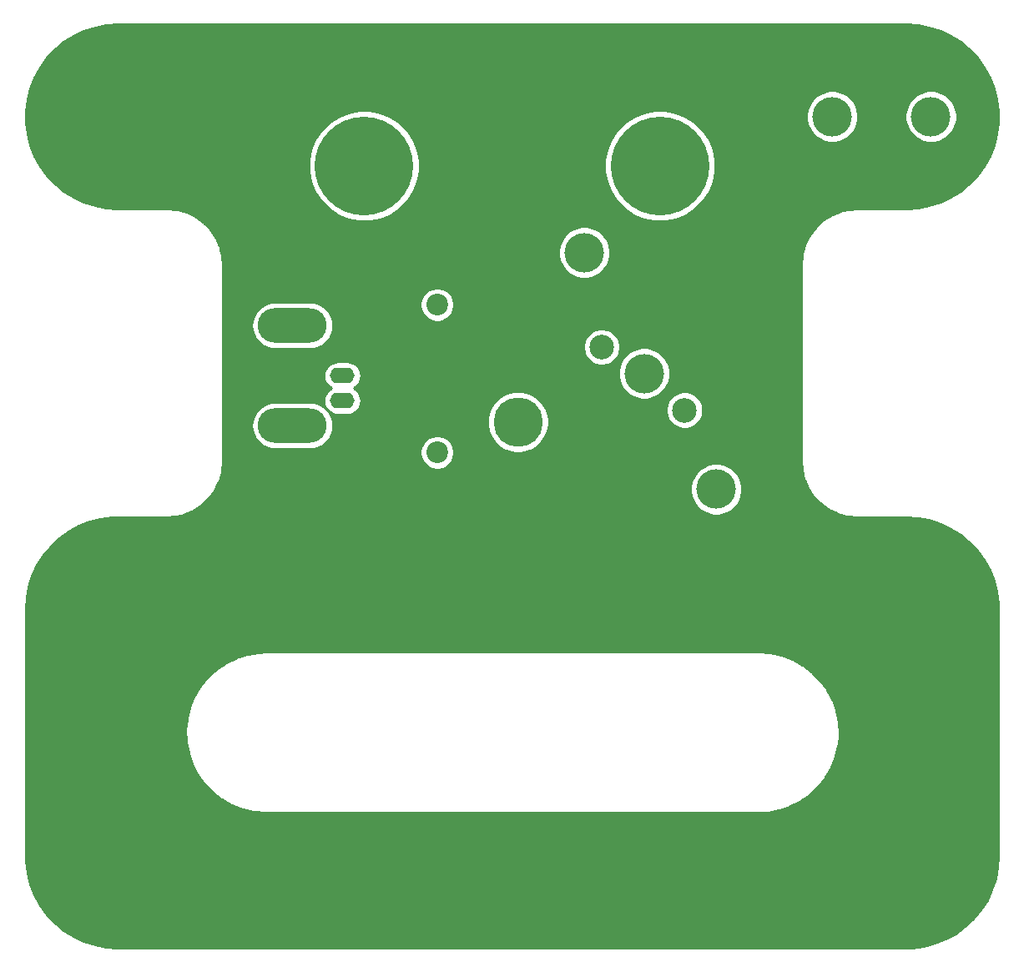
<source format=gbr>
G04 #@! TF.GenerationSoftware,KiCad,Pcbnew,(5.1.4)-1*
G04 #@! TF.CreationDate,2020-08-30T11:13:40+08:00*
G04 #@! TF.ProjectId,EHFW_ANT,45484657-5f41-44e5-942e-6b696361645f,rev?*
G04 #@! TF.SameCoordinates,Original*
G04 #@! TF.FileFunction,Copper,L2,Bot*
G04 #@! TF.FilePolarity,Positive*
%FSLAX46Y46*%
G04 Gerber Fmt 4.6, Leading zero omitted, Abs format (unit mm)*
G04 Created by KiCad (PCBNEW (5.1.4)-1) date 2020-08-30 11:13:40*
%MOMM*%
%LPD*%
G04 APERTURE LIST*
%ADD10C,2.200000*%
%ADD11O,7.000000X3.500000*%
%ADD12O,2.500000X1.600000*%
%ADD13C,5.000000*%
%ADD14C,2.500000*%
%ADD15C,10.000000*%
%ADD16C,4.000000*%
%ADD17C,0.254000*%
G04 APERTURE END LIST*
D10*
X132400000Y-64100000D03*
X132400000Y-79100000D03*
D11*
X117720000Y-76380000D03*
X117720000Y-66220000D03*
D12*
X122800000Y-73840000D03*
X122800000Y-71300000D03*
D13*
X140600000Y-76000000D03*
D14*
X149100000Y-68400000D03*
X157500000Y-74800000D03*
D13*
X140600000Y-76000000D03*
D15*
X155000000Y-50000000D03*
X125000000Y-50000000D03*
D16*
X172500000Y-45000000D03*
X182500000Y-45000000D03*
X147345400Y-58801000D03*
X153390600Y-71069200D03*
X160731200Y-82829400D03*
D17*
G36*
X181170449Y-35734944D02*
G01*
X182322444Y-35954698D01*
X183437801Y-36317100D01*
X184498955Y-36816441D01*
X185489146Y-37444836D01*
X186392776Y-38192383D01*
X187195588Y-39047292D01*
X187884922Y-39996079D01*
X188449903Y-41023774D01*
X188881627Y-42114186D01*
X189173281Y-43250103D01*
X189320267Y-44413620D01*
X189320267Y-45586380D01*
X189173281Y-46749897D01*
X188881627Y-47885814D01*
X188449903Y-48976226D01*
X187884922Y-50003921D01*
X187195588Y-50952708D01*
X186392776Y-51807617D01*
X185489146Y-52555164D01*
X184498955Y-53183559D01*
X183437801Y-53682900D01*
X182322444Y-54045302D01*
X181170449Y-54265056D01*
X179979253Y-54340000D01*
X174967581Y-54340000D01*
X174943512Y-54342371D01*
X174221248Y-54395410D01*
X174205868Y-54397929D01*
X174190295Y-54398418D01*
X174115511Y-54411874D01*
X173251129Y-54619394D01*
X173231448Y-54626018D01*
X173211136Y-54630335D01*
X173139917Y-54656821D01*
X172325946Y-55014130D01*
X172307752Y-55024132D01*
X172288524Y-55031979D01*
X172223134Y-55070651D01*
X172223120Y-55070659D01*
X172223115Y-55070663D01*
X171485287Y-55566462D01*
X171469149Y-55579530D01*
X171451616Y-55590657D01*
X171394095Y-55640307D01*
X170755722Y-56258934D01*
X170742154Y-56274652D01*
X170726869Y-56288708D01*
X170679050Y-56347760D01*
X170160315Y-57069656D01*
X170149744Y-57087530D01*
X170137190Y-57104070D01*
X170100584Y-57170656D01*
X169717884Y-57973003D01*
X169710647Y-57992462D01*
X169701218Y-58010968D01*
X169676982Y-58082984D01*
X169442414Y-58940420D01*
X169438737Y-58960857D01*
X169432735Y-58980736D01*
X169421635Y-59055906D01*
X169342869Y-59938459D01*
X169340001Y-59967581D01*
X169340000Y-80032418D01*
X169342370Y-80056484D01*
X169395410Y-80778752D01*
X169397929Y-80794132D01*
X169398418Y-80809705D01*
X169411874Y-80884489D01*
X169619394Y-81748871D01*
X169626018Y-81768552D01*
X169630335Y-81788864D01*
X169656821Y-81860083D01*
X170014130Y-82674054D01*
X170024132Y-82692248D01*
X170031979Y-82711476D01*
X170070651Y-82776866D01*
X170070659Y-82776880D01*
X170070663Y-82776885D01*
X170566462Y-83514713D01*
X170579530Y-83530851D01*
X170590657Y-83548384D01*
X170640307Y-83605905D01*
X171258934Y-84244278D01*
X171274652Y-84257846D01*
X171288708Y-84273131D01*
X171347760Y-84320950D01*
X172069656Y-84839685D01*
X172087526Y-84850253D01*
X172104069Y-84862810D01*
X172170656Y-84899416D01*
X172973002Y-85282116D01*
X172992464Y-85289354D01*
X173010968Y-85298782D01*
X173082984Y-85323018D01*
X173940419Y-85557586D01*
X173960858Y-85561264D01*
X173980736Y-85567265D01*
X174055900Y-85578364D01*
X174055905Y-85578365D01*
X174055906Y-85578365D01*
X174938360Y-85657122D01*
X174967581Y-85660000D01*
X179979253Y-85660000D01*
X181170449Y-85734944D01*
X182322444Y-85954698D01*
X183437801Y-86317100D01*
X184498955Y-86816441D01*
X185489146Y-87444836D01*
X186392776Y-88192383D01*
X187195588Y-89047292D01*
X187884922Y-89996079D01*
X188449903Y-91023774D01*
X188881627Y-92114186D01*
X189173281Y-93250103D01*
X189321571Y-94423941D01*
X189340000Y-95010358D01*
X189340001Y-119979237D01*
X189265056Y-121170448D01*
X189045302Y-122322444D01*
X188682900Y-123437801D01*
X188183560Y-124498952D01*
X187555165Y-125489144D01*
X186807612Y-126392780D01*
X185952708Y-127195588D01*
X185003922Y-127884922D01*
X183976227Y-128449903D01*
X182885813Y-128881627D01*
X181749897Y-129173281D01*
X180576058Y-129321571D01*
X179989642Y-129340000D01*
X100020747Y-129340000D01*
X98829552Y-129265056D01*
X97677556Y-129045302D01*
X96562199Y-128682900D01*
X95501048Y-128183560D01*
X94510856Y-127555165D01*
X93607220Y-126807612D01*
X92804412Y-125952708D01*
X92115078Y-125003922D01*
X91550097Y-123976227D01*
X91118373Y-122885813D01*
X90826719Y-121749897D01*
X90678429Y-120576058D01*
X90660000Y-119989642D01*
X90660000Y-107308277D01*
X106893677Y-107308277D01*
X106940422Y-108392812D01*
X106942150Y-108407705D01*
X106942390Y-108422694D01*
X106951431Y-108487701D01*
X107154247Y-109554128D01*
X107158106Y-109568614D01*
X107160508Y-109583414D01*
X107178838Y-109646434D01*
X107533475Y-110672413D01*
X107539385Y-110686190D01*
X107543898Y-110700488D01*
X107571134Y-110760202D01*
X108070162Y-111724241D01*
X108077999Y-111737020D01*
X108084529Y-111750518D01*
X108120100Y-111805675D01*
X108753066Y-112687578D01*
X108762666Y-112699092D01*
X108771075Y-112711505D01*
X108814236Y-112760950D01*
X109567881Y-113542244D01*
X109579042Y-113552252D01*
X109589155Y-113563320D01*
X109639001Y-113606016D01*
X110497537Y-114270334D01*
X110510024Y-114278625D01*
X110521631Y-114288119D01*
X110577098Y-114323159D01*
X110577118Y-114323172D01*
X110577124Y-114323175D01*
X111522561Y-114856596D01*
X111536111Y-114862996D01*
X111548970Y-114870717D01*
X111608936Y-114897393D01*
X112621477Y-115288749D01*
X112635811Y-115293127D01*
X112649649Y-115298910D01*
X112712826Y-115316647D01*
X112712837Y-115316650D01*
X112712840Y-115316650D01*
X113771270Y-115557740D01*
X113786087Y-115560003D01*
X113800611Y-115563727D01*
X113865663Y-115572154D01*
X113865701Y-115572160D01*
X113865714Y-115572160D01*
X114941481Y-115657429D01*
X114967581Y-115660000D01*
X165032419Y-115660000D01*
X165048805Y-115658386D01*
X165877469Y-115617133D01*
X165887098Y-115615951D01*
X165896803Y-115615886D01*
X165961891Y-115607453D01*
X167030170Y-115414624D01*
X167044695Y-115410900D01*
X167059512Y-115408637D01*
X167122701Y-115390897D01*
X168151953Y-115045875D01*
X168165784Y-115040094D01*
X168180125Y-115035715D01*
X168240091Y-115009039D01*
X169208757Y-114519051D01*
X169221607Y-114511335D01*
X169235167Y-114504931D01*
X169290654Y-114469878D01*
X170178441Y-113845190D01*
X170190044Y-113835699D01*
X170202535Y-113827406D01*
X170252360Y-113784727D01*
X170252382Y-113784709D01*
X170252388Y-113784702D01*
X171040692Y-113038407D01*
X171050801Y-113027343D01*
X171061968Y-113017330D01*
X171105128Y-112967886D01*
X171777448Y-112115602D01*
X171785852Y-112103197D01*
X171795457Y-112091677D01*
X171831028Y-112036519D01*
X172373275Y-111096110D01*
X172379803Y-111082616D01*
X172387642Y-111069834D01*
X172414878Y-111010119D01*
X172815690Y-110001284D01*
X172820203Y-109986985D01*
X172826113Y-109973209D01*
X172844443Y-109910188D01*
X173095426Y-108854059D01*
X173097826Y-108839268D01*
X173101688Y-108824774D01*
X173110729Y-108759767D01*
X173206624Y-107678469D01*
X173206864Y-107663479D01*
X173208592Y-107648587D01*
X173208154Y-107582957D01*
X173146953Y-106499141D01*
X173145027Y-106484276D01*
X173144587Y-106469288D01*
X173134680Y-106404408D01*
X172917664Y-105340779D01*
X172913612Y-105326346D01*
X172911013Y-105311580D01*
X172891844Y-105248810D01*
X172523559Y-104227650D01*
X172517468Y-104213957D01*
X172512763Y-104199716D01*
X172484733Y-104140370D01*
X171972895Y-103183070D01*
X171964891Y-103170400D01*
X171958180Y-103156988D01*
X171921876Y-103102310D01*
X171277209Y-102228924D01*
X171267458Y-102217540D01*
X171258882Y-102205238D01*
X171215066Y-102156374D01*
X170451070Y-101385198D01*
X170439783Y-101375346D01*
X170429517Y-101364406D01*
X170379106Y-101322379D01*
X169511790Y-100669568D01*
X169499189Y-100661442D01*
X169487460Y-100652106D01*
X169431510Y-100617796D01*
X168479040Y-100097025D01*
X168465402Y-100090805D01*
X168452445Y-100083258D01*
X168392128Y-100057384D01*
X167374458Y-99679562D01*
X167360066Y-99675376D01*
X167346154Y-99669778D01*
X167282734Y-99652882D01*
X166221183Y-99425925D01*
X166206335Y-99423860D01*
X166191764Y-99420330D01*
X166126569Y-99412766D01*
X165054042Y-99342130D01*
X165032419Y-99340000D01*
X114967581Y-99340000D01*
X114951234Y-99341610D01*
X114322039Y-99372933D01*
X114316783Y-99373578D01*
X114311482Y-99373543D01*
X114246287Y-99381108D01*
X113175533Y-99559677D01*
X113160964Y-99563206D01*
X113146112Y-99565272D01*
X113082692Y-99582168D01*
X112048932Y-99913436D01*
X112035027Y-99919031D01*
X112020628Y-99923219D01*
X111960311Y-99949094D01*
X110985198Y-100426122D01*
X110972244Y-100433667D01*
X110958602Y-100439889D01*
X110902653Y-100474199D01*
X110006616Y-101086994D01*
X109994888Y-101096329D01*
X109982286Y-101104456D01*
X109931876Y-101146484D01*
X109133683Y-101882210D01*
X109123429Y-101893136D01*
X109112129Y-101903000D01*
X109068314Y-101951865D01*
X108384689Y-102795108D01*
X108376112Y-102807411D01*
X108366362Y-102818794D01*
X108330059Y-102873472D01*
X107775324Y-103806567D01*
X107768616Y-103819972D01*
X107760608Y-103832649D01*
X107732578Y-103891994D01*
X107318350Y-104895397D01*
X107313648Y-104909629D01*
X107307553Y-104923330D01*
X107288384Y-104986101D01*
X107023342Y-106038790D01*
X107020743Y-106053556D01*
X107016691Y-106067989D01*
X107006784Y-106132869D01*
X106896481Y-107212793D01*
X106896041Y-107227772D01*
X106894114Y-107242646D01*
X106893677Y-107308277D01*
X90660000Y-107308277D01*
X90660000Y-95020747D01*
X90734944Y-93829551D01*
X90954698Y-92677556D01*
X91317100Y-91562199D01*
X91816441Y-90501045D01*
X92444836Y-89510854D01*
X93192383Y-88607224D01*
X94047292Y-87804412D01*
X94996079Y-87115078D01*
X96023774Y-86550097D01*
X97114186Y-86118373D01*
X98250103Y-85826719D01*
X99423941Y-85678429D01*
X100010358Y-85660000D01*
X105032419Y-85660000D01*
X105056488Y-85657629D01*
X105778752Y-85604590D01*
X105794132Y-85602071D01*
X105809705Y-85601582D01*
X105884489Y-85588126D01*
X106748871Y-85380606D01*
X106768552Y-85373982D01*
X106788864Y-85369665D01*
X106860083Y-85343179D01*
X107674054Y-84985870D01*
X107692248Y-84975868D01*
X107711476Y-84968021D01*
X107776866Y-84929349D01*
X107776880Y-84929341D01*
X107776885Y-84929337D01*
X108514713Y-84433538D01*
X108530851Y-84420470D01*
X108548384Y-84409343D01*
X108605905Y-84359693D01*
X109244278Y-83741066D01*
X109257846Y-83725348D01*
X109273131Y-83711292D01*
X109320950Y-83652240D01*
X109839685Y-82930344D01*
X109850253Y-82912474D01*
X109862810Y-82895931D01*
X109899416Y-82829344D01*
X110023176Y-82569875D01*
X158096200Y-82569875D01*
X158096200Y-83088925D01*
X158197461Y-83598001D01*
X158396093Y-84077541D01*
X158684462Y-84509115D01*
X159051485Y-84876138D01*
X159483059Y-85164507D01*
X159962599Y-85363139D01*
X160471675Y-85464400D01*
X160990725Y-85464400D01*
X161499801Y-85363139D01*
X161979341Y-85164507D01*
X162410915Y-84876138D01*
X162777938Y-84509115D01*
X163066307Y-84077541D01*
X163264939Y-83598001D01*
X163366200Y-83088925D01*
X163366200Y-82569875D01*
X163264939Y-82060799D01*
X163066307Y-81581259D01*
X162777938Y-81149685D01*
X162410915Y-80782662D01*
X161979341Y-80494293D01*
X161499801Y-80295661D01*
X160990725Y-80194400D01*
X160471675Y-80194400D01*
X159962599Y-80295661D01*
X159483059Y-80494293D01*
X159051485Y-80782662D01*
X158684462Y-81149685D01*
X158396093Y-81581259D01*
X158197461Y-82060799D01*
X158096200Y-82569875D01*
X110023176Y-82569875D01*
X110282116Y-82026998D01*
X110289354Y-82007536D01*
X110298782Y-81989032D01*
X110323018Y-81917016D01*
X110557586Y-81059581D01*
X110561264Y-81039142D01*
X110567265Y-81019264D01*
X110578365Y-80944094D01*
X110657122Y-80061640D01*
X110660000Y-80032419D01*
X110660000Y-78929117D01*
X130665000Y-78929117D01*
X130665000Y-79270883D01*
X130731675Y-79606081D01*
X130862463Y-79921831D01*
X131052337Y-80205998D01*
X131294002Y-80447663D01*
X131578169Y-80637537D01*
X131893919Y-80768325D01*
X132229117Y-80835000D01*
X132570883Y-80835000D01*
X132906081Y-80768325D01*
X133221831Y-80637537D01*
X133505998Y-80447663D01*
X133747663Y-80205998D01*
X133937537Y-79921831D01*
X134068325Y-79606081D01*
X134135000Y-79270883D01*
X134135000Y-78929117D01*
X134068325Y-78593919D01*
X133937537Y-78278169D01*
X133747663Y-77994002D01*
X133505998Y-77752337D01*
X133221831Y-77562463D01*
X132906081Y-77431675D01*
X132570883Y-77365000D01*
X132229117Y-77365000D01*
X131893919Y-77431675D01*
X131578169Y-77562463D01*
X131294002Y-77752337D01*
X131052337Y-77994002D01*
X130862463Y-78278169D01*
X130731675Y-78593919D01*
X130665000Y-78929117D01*
X110660000Y-78929117D01*
X110660000Y-76380000D01*
X113573461Y-76380000D01*
X113619510Y-76847542D01*
X113755887Y-77297116D01*
X113977351Y-77711446D01*
X114275391Y-78074609D01*
X114638554Y-78372649D01*
X115052884Y-78594113D01*
X115502458Y-78730490D01*
X115852843Y-78765000D01*
X119587157Y-78765000D01*
X119937542Y-78730490D01*
X120387116Y-78594113D01*
X120801446Y-78372649D01*
X121164609Y-78074609D01*
X121462649Y-77711446D01*
X121684113Y-77297116D01*
X121820490Y-76847542D01*
X121866539Y-76380000D01*
X121820490Y-75912458D01*
X121753381Y-75691229D01*
X137465000Y-75691229D01*
X137465000Y-76308771D01*
X137585476Y-76914446D01*
X137821799Y-77484979D01*
X138164886Y-77998446D01*
X138601554Y-78435114D01*
X139115021Y-78778201D01*
X139685554Y-79014524D01*
X140291229Y-79135000D01*
X140908771Y-79135000D01*
X141514446Y-79014524D01*
X142084979Y-78778201D01*
X142598446Y-78435114D01*
X143035114Y-77998446D01*
X143378201Y-77484979D01*
X143614524Y-76914446D01*
X143735000Y-76308771D01*
X143735000Y-75691229D01*
X143614524Y-75085554D01*
X143419343Y-74614344D01*
X155615000Y-74614344D01*
X155615000Y-74985656D01*
X155687439Y-75349834D01*
X155829534Y-75692882D01*
X156035825Y-76001618D01*
X156298382Y-76264175D01*
X156607118Y-76470466D01*
X156950166Y-76612561D01*
X157314344Y-76685000D01*
X157685656Y-76685000D01*
X158049834Y-76612561D01*
X158392882Y-76470466D01*
X158701618Y-76264175D01*
X158964175Y-76001618D01*
X159170466Y-75692882D01*
X159312561Y-75349834D01*
X159385000Y-74985656D01*
X159385000Y-74614344D01*
X159312561Y-74250166D01*
X159170466Y-73907118D01*
X158964175Y-73598382D01*
X158701618Y-73335825D01*
X158392882Y-73129534D01*
X158049834Y-72987439D01*
X157685656Y-72915000D01*
X157314344Y-72915000D01*
X156950166Y-72987439D01*
X156607118Y-73129534D01*
X156298382Y-73335825D01*
X156035825Y-73598382D01*
X155829534Y-73907118D01*
X155687439Y-74250166D01*
X155615000Y-74614344D01*
X143419343Y-74614344D01*
X143378201Y-74515021D01*
X143035114Y-74001554D01*
X142598446Y-73564886D01*
X142084979Y-73221799D01*
X141514446Y-72985476D01*
X140908771Y-72865000D01*
X140291229Y-72865000D01*
X139685554Y-72985476D01*
X139115021Y-73221799D01*
X138601554Y-73564886D01*
X138164886Y-74001554D01*
X137821799Y-74515021D01*
X137585476Y-75085554D01*
X137465000Y-75691229D01*
X121753381Y-75691229D01*
X121684113Y-75462884D01*
X121462649Y-75048554D01*
X121164609Y-74685391D01*
X120801446Y-74387351D01*
X120387116Y-74165887D01*
X119937542Y-74029510D01*
X119587157Y-73995000D01*
X115852843Y-73995000D01*
X115502458Y-74029510D01*
X115052884Y-74165887D01*
X114638554Y-74387351D01*
X114275391Y-74685391D01*
X113977351Y-75048554D01*
X113755887Y-75462884D01*
X113619510Y-75912458D01*
X113573461Y-76380000D01*
X110660000Y-76380000D01*
X110660000Y-71300000D01*
X120908057Y-71300000D01*
X120935764Y-71581309D01*
X121017818Y-71851808D01*
X121151068Y-72101101D01*
X121330392Y-72319608D01*
X121548899Y-72498932D01*
X121681858Y-72570000D01*
X121548899Y-72641068D01*
X121330392Y-72820392D01*
X121151068Y-73038899D01*
X121017818Y-73288192D01*
X120935764Y-73558691D01*
X120908057Y-73840000D01*
X120935764Y-74121309D01*
X121017818Y-74391808D01*
X121151068Y-74641101D01*
X121330392Y-74859608D01*
X121548899Y-75038932D01*
X121798192Y-75172182D01*
X122068691Y-75254236D01*
X122279508Y-75275000D01*
X123320492Y-75275000D01*
X123531309Y-75254236D01*
X123801808Y-75172182D01*
X124051101Y-75038932D01*
X124269608Y-74859608D01*
X124448932Y-74641101D01*
X124582182Y-74391808D01*
X124664236Y-74121309D01*
X124691943Y-73840000D01*
X124664236Y-73558691D01*
X124582182Y-73288192D01*
X124448932Y-73038899D01*
X124269608Y-72820392D01*
X124051101Y-72641068D01*
X123918142Y-72570000D01*
X124051101Y-72498932D01*
X124269608Y-72319608D01*
X124448932Y-72101101D01*
X124582182Y-71851808D01*
X124664236Y-71581309D01*
X124691943Y-71300000D01*
X124664236Y-71018691D01*
X124600833Y-70809675D01*
X150755600Y-70809675D01*
X150755600Y-71328725D01*
X150856861Y-71837801D01*
X151055493Y-72317341D01*
X151343862Y-72748915D01*
X151710885Y-73115938D01*
X152142459Y-73404307D01*
X152621999Y-73602939D01*
X153131075Y-73704200D01*
X153650125Y-73704200D01*
X154159201Y-73602939D01*
X154638741Y-73404307D01*
X155070315Y-73115938D01*
X155437338Y-72748915D01*
X155725707Y-72317341D01*
X155924339Y-71837801D01*
X156025600Y-71328725D01*
X156025600Y-70809675D01*
X155924339Y-70300599D01*
X155725707Y-69821059D01*
X155437338Y-69389485D01*
X155070315Y-69022462D01*
X154638741Y-68734093D01*
X154159201Y-68535461D01*
X153650125Y-68434200D01*
X153131075Y-68434200D01*
X152621999Y-68535461D01*
X152142459Y-68734093D01*
X151710885Y-69022462D01*
X151343862Y-69389485D01*
X151055493Y-69821059D01*
X150856861Y-70300599D01*
X150755600Y-70809675D01*
X124600833Y-70809675D01*
X124582182Y-70748192D01*
X124448932Y-70498899D01*
X124269608Y-70280392D01*
X124051101Y-70101068D01*
X123801808Y-69967818D01*
X123531309Y-69885764D01*
X123320492Y-69865000D01*
X122279508Y-69865000D01*
X122068691Y-69885764D01*
X121798192Y-69967818D01*
X121548899Y-70101068D01*
X121330392Y-70280392D01*
X121151068Y-70498899D01*
X121017818Y-70748192D01*
X120935764Y-71018691D01*
X120908057Y-71300000D01*
X110660000Y-71300000D01*
X110660000Y-66220000D01*
X113573461Y-66220000D01*
X113619510Y-66687542D01*
X113755887Y-67137116D01*
X113977351Y-67551446D01*
X114275391Y-67914609D01*
X114638554Y-68212649D01*
X115052884Y-68434113D01*
X115502458Y-68570490D01*
X115852843Y-68605000D01*
X119587157Y-68605000D01*
X119937542Y-68570490D01*
X120387116Y-68434113D01*
X120798274Y-68214344D01*
X147215000Y-68214344D01*
X147215000Y-68585656D01*
X147287439Y-68949834D01*
X147429534Y-69292882D01*
X147635825Y-69601618D01*
X147898382Y-69864175D01*
X148207118Y-70070466D01*
X148550166Y-70212561D01*
X148914344Y-70285000D01*
X149285656Y-70285000D01*
X149649834Y-70212561D01*
X149992882Y-70070466D01*
X150301618Y-69864175D01*
X150564175Y-69601618D01*
X150770466Y-69292882D01*
X150912561Y-68949834D01*
X150985000Y-68585656D01*
X150985000Y-68214344D01*
X150912561Y-67850166D01*
X150770466Y-67507118D01*
X150564175Y-67198382D01*
X150301618Y-66935825D01*
X149992882Y-66729534D01*
X149649834Y-66587439D01*
X149285656Y-66515000D01*
X148914344Y-66515000D01*
X148550166Y-66587439D01*
X148207118Y-66729534D01*
X147898382Y-66935825D01*
X147635825Y-67198382D01*
X147429534Y-67507118D01*
X147287439Y-67850166D01*
X147215000Y-68214344D01*
X120798274Y-68214344D01*
X120801446Y-68212649D01*
X121164609Y-67914609D01*
X121462649Y-67551446D01*
X121684113Y-67137116D01*
X121820490Y-66687542D01*
X121866539Y-66220000D01*
X121820490Y-65752458D01*
X121684113Y-65302884D01*
X121462649Y-64888554D01*
X121164609Y-64525391D01*
X120801446Y-64227351D01*
X120387116Y-64005887D01*
X120134040Y-63929117D01*
X130665000Y-63929117D01*
X130665000Y-64270883D01*
X130731675Y-64606081D01*
X130862463Y-64921831D01*
X131052337Y-65205998D01*
X131294002Y-65447663D01*
X131578169Y-65637537D01*
X131893919Y-65768325D01*
X132229117Y-65835000D01*
X132570883Y-65835000D01*
X132906081Y-65768325D01*
X133221831Y-65637537D01*
X133505998Y-65447663D01*
X133747663Y-65205998D01*
X133937537Y-64921831D01*
X134068325Y-64606081D01*
X134135000Y-64270883D01*
X134135000Y-63929117D01*
X134068325Y-63593919D01*
X133937537Y-63278169D01*
X133747663Y-62994002D01*
X133505998Y-62752337D01*
X133221831Y-62562463D01*
X132906081Y-62431675D01*
X132570883Y-62365000D01*
X132229117Y-62365000D01*
X131893919Y-62431675D01*
X131578169Y-62562463D01*
X131294002Y-62752337D01*
X131052337Y-62994002D01*
X130862463Y-63278169D01*
X130731675Y-63593919D01*
X130665000Y-63929117D01*
X120134040Y-63929117D01*
X119937542Y-63869510D01*
X119587157Y-63835000D01*
X115852843Y-63835000D01*
X115502458Y-63869510D01*
X115052884Y-64005887D01*
X114638554Y-64227351D01*
X114275391Y-64525391D01*
X113977351Y-64888554D01*
X113755887Y-65302884D01*
X113619510Y-65752458D01*
X113573461Y-66220000D01*
X110660000Y-66220000D01*
X110660000Y-59967581D01*
X110657629Y-59943512D01*
X110604590Y-59221248D01*
X110602071Y-59205868D01*
X110601582Y-59190295D01*
X110588126Y-59115511D01*
X110450312Y-58541475D01*
X144710400Y-58541475D01*
X144710400Y-59060525D01*
X144811661Y-59569601D01*
X145010293Y-60049141D01*
X145298662Y-60480715D01*
X145665685Y-60847738D01*
X146097259Y-61136107D01*
X146576799Y-61334739D01*
X147085875Y-61436000D01*
X147604925Y-61436000D01*
X148114001Y-61334739D01*
X148593541Y-61136107D01*
X149025115Y-60847738D01*
X149392138Y-60480715D01*
X149680507Y-60049141D01*
X149879139Y-59569601D01*
X149980400Y-59060525D01*
X149980400Y-58541475D01*
X149879139Y-58032399D01*
X149680507Y-57552859D01*
X149392138Y-57121285D01*
X149025115Y-56754262D01*
X148593541Y-56465893D01*
X148114001Y-56267261D01*
X147604925Y-56166000D01*
X147085875Y-56166000D01*
X146576799Y-56267261D01*
X146097259Y-56465893D01*
X145665685Y-56754262D01*
X145298662Y-57121285D01*
X145010293Y-57552859D01*
X144811661Y-58032399D01*
X144710400Y-58541475D01*
X110450312Y-58541475D01*
X110380606Y-58251129D01*
X110373982Y-58231448D01*
X110369665Y-58211136D01*
X110343179Y-58139917D01*
X109985870Y-57325946D01*
X109975868Y-57307752D01*
X109968021Y-57288524D01*
X109929349Y-57223134D01*
X109929341Y-57223120D01*
X109929337Y-57223115D01*
X109433538Y-56485287D01*
X109420470Y-56469149D01*
X109409343Y-56451616D01*
X109359693Y-56394095D01*
X108741066Y-55755722D01*
X108725348Y-55742154D01*
X108711292Y-55726869D01*
X108652240Y-55679050D01*
X107930344Y-55160315D01*
X107912470Y-55149744D01*
X107895930Y-55137190D01*
X107829344Y-55100584D01*
X107026997Y-54717884D01*
X107007538Y-54710647D01*
X106989032Y-54701218D01*
X106917016Y-54676982D01*
X106059580Y-54442414D01*
X106039143Y-54438737D01*
X106019264Y-54432735D01*
X105944094Y-54421635D01*
X105061649Y-54342879D01*
X105032419Y-54340000D01*
X100020747Y-54340000D01*
X98829552Y-54265056D01*
X97677556Y-54045302D01*
X96562199Y-53682900D01*
X95501048Y-53183560D01*
X94510856Y-52555165D01*
X93607220Y-51807612D01*
X92804412Y-50952708D01*
X92115078Y-50003922D01*
X91807809Y-49445001D01*
X119365000Y-49445001D01*
X119365000Y-50554999D01*
X119581550Y-51643669D01*
X120006328Y-52669173D01*
X120623010Y-53592103D01*
X121407897Y-54376990D01*
X122330827Y-54993672D01*
X123356331Y-55418450D01*
X124445001Y-55635000D01*
X125554999Y-55635000D01*
X126643669Y-55418450D01*
X127669173Y-54993672D01*
X128592103Y-54376990D01*
X129376990Y-53592103D01*
X129993672Y-52669173D01*
X130418450Y-51643669D01*
X130635000Y-50554999D01*
X130635000Y-49445001D01*
X149365000Y-49445001D01*
X149365000Y-50554999D01*
X149581550Y-51643669D01*
X150006328Y-52669173D01*
X150623010Y-53592103D01*
X151407897Y-54376990D01*
X152330827Y-54993672D01*
X153356331Y-55418450D01*
X154445001Y-55635000D01*
X155554999Y-55635000D01*
X156643669Y-55418450D01*
X157669173Y-54993672D01*
X158592103Y-54376990D01*
X159376990Y-53592103D01*
X159993672Y-52669173D01*
X160418450Y-51643669D01*
X160635000Y-50554999D01*
X160635000Y-49445001D01*
X160418450Y-48356331D01*
X159993672Y-47330827D01*
X159376990Y-46407897D01*
X158592103Y-45623010D01*
X157669173Y-45006328D01*
X157027348Y-44740475D01*
X169865000Y-44740475D01*
X169865000Y-45259525D01*
X169966261Y-45768601D01*
X170164893Y-46248141D01*
X170453262Y-46679715D01*
X170820285Y-47046738D01*
X171251859Y-47335107D01*
X171731399Y-47533739D01*
X172240475Y-47635000D01*
X172759525Y-47635000D01*
X173268601Y-47533739D01*
X173748141Y-47335107D01*
X174179715Y-47046738D01*
X174546738Y-46679715D01*
X174835107Y-46248141D01*
X175033739Y-45768601D01*
X175135000Y-45259525D01*
X175135000Y-44740475D01*
X179865000Y-44740475D01*
X179865000Y-45259525D01*
X179966261Y-45768601D01*
X180164893Y-46248141D01*
X180453262Y-46679715D01*
X180820285Y-47046738D01*
X181251859Y-47335107D01*
X181731399Y-47533739D01*
X182240475Y-47635000D01*
X182759525Y-47635000D01*
X183268601Y-47533739D01*
X183748141Y-47335107D01*
X184179715Y-47046738D01*
X184546738Y-46679715D01*
X184835107Y-46248141D01*
X185033739Y-45768601D01*
X185135000Y-45259525D01*
X185135000Y-44740475D01*
X185033739Y-44231399D01*
X184835107Y-43751859D01*
X184546738Y-43320285D01*
X184179715Y-42953262D01*
X183748141Y-42664893D01*
X183268601Y-42466261D01*
X182759525Y-42365000D01*
X182240475Y-42365000D01*
X181731399Y-42466261D01*
X181251859Y-42664893D01*
X180820285Y-42953262D01*
X180453262Y-43320285D01*
X180164893Y-43751859D01*
X179966261Y-44231399D01*
X179865000Y-44740475D01*
X175135000Y-44740475D01*
X175033739Y-44231399D01*
X174835107Y-43751859D01*
X174546738Y-43320285D01*
X174179715Y-42953262D01*
X173748141Y-42664893D01*
X173268601Y-42466261D01*
X172759525Y-42365000D01*
X172240475Y-42365000D01*
X171731399Y-42466261D01*
X171251859Y-42664893D01*
X170820285Y-42953262D01*
X170453262Y-43320285D01*
X170164893Y-43751859D01*
X169966261Y-44231399D01*
X169865000Y-44740475D01*
X157027348Y-44740475D01*
X156643669Y-44581550D01*
X155554999Y-44365000D01*
X154445001Y-44365000D01*
X153356331Y-44581550D01*
X152330827Y-45006328D01*
X151407897Y-45623010D01*
X150623010Y-46407897D01*
X150006328Y-47330827D01*
X149581550Y-48356331D01*
X149365000Y-49445001D01*
X130635000Y-49445001D01*
X130418450Y-48356331D01*
X129993672Y-47330827D01*
X129376990Y-46407897D01*
X128592103Y-45623010D01*
X127669173Y-45006328D01*
X126643669Y-44581550D01*
X125554999Y-44365000D01*
X124445001Y-44365000D01*
X123356331Y-44581550D01*
X122330827Y-45006328D01*
X121407897Y-45623010D01*
X120623010Y-46407897D01*
X120006328Y-47330827D01*
X119581550Y-48356331D01*
X119365000Y-49445001D01*
X91807809Y-49445001D01*
X91550097Y-48976227D01*
X91118373Y-47885813D01*
X90826719Y-46749897D01*
X90679733Y-45586379D01*
X90679733Y-44413621D01*
X90826719Y-43250103D01*
X91118373Y-42114187D01*
X91550097Y-41023773D01*
X92115078Y-39996078D01*
X92804412Y-39047292D01*
X93607220Y-38192388D01*
X94510856Y-37444835D01*
X95501048Y-36816440D01*
X96562199Y-36317100D01*
X97677556Y-35954698D01*
X98829552Y-35734944D01*
X100020747Y-35660000D01*
X179979253Y-35660000D01*
X181170449Y-35734944D01*
X181170449Y-35734944D01*
G37*
X181170449Y-35734944D02*
X182322444Y-35954698D01*
X183437801Y-36317100D01*
X184498955Y-36816441D01*
X185489146Y-37444836D01*
X186392776Y-38192383D01*
X187195588Y-39047292D01*
X187884922Y-39996079D01*
X188449903Y-41023774D01*
X188881627Y-42114186D01*
X189173281Y-43250103D01*
X189320267Y-44413620D01*
X189320267Y-45586380D01*
X189173281Y-46749897D01*
X188881627Y-47885814D01*
X188449903Y-48976226D01*
X187884922Y-50003921D01*
X187195588Y-50952708D01*
X186392776Y-51807617D01*
X185489146Y-52555164D01*
X184498955Y-53183559D01*
X183437801Y-53682900D01*
X182322444Y-54045302D01*
X181170449Y-54265056D01*
X179979253Y-54340000D01*
X174967581Y-54340000D01*
X174943512Y-54342371D01*
X174221248Y-54395410D01*
X174205868Y-54397929D01*
X174190295Y-54398418D01*
X174115511Y-54411874D01*
X173251129Y-54619394D01*
X173231448Y-54626018D01*
X173211136Y-54630335D01*
X173139917Y-54656821D01*
X172325946Y-55014130D01*
X172307752Y-55024132D01*
X172288524Y-55031979D01*
X172223134Y-55070651D01*
X172223120Y-55070659D01*
X172223115Y-55070663D01*
X171485287Y-55566462D01*
X171469149Y-55579530D01*
X171451616Y-55590657D01*
X171394095Y-55640307D01*
X170755722Y-56258934D01*
X170742154Y-56274652D01*
X170726869Y-56288708D01*
X170679050Y-56347760D01*
X170160315Y-57069656D01*
X170149744Y-57087530D01*
X170137190Y-57104070D01*
X170100584Y-57170656D01*
X169717884Y-57973003D01*
X169710647Y-57992462D01*
X169701218Y-58010968D01*
X169676982Y-58082984D01*
X169442414Y-58940420D01*
X169438737Y-58960857D01*
X169432735Y-58980736D01*
X169421635Y-59055906D01*
X169342869Y-59938459D01*
X169340001Y-59967581D01*
X169340000Y-80032418D01*
X169342370Y-80056484D01*
X169395410Y-80778752D01*
X169397929Y-80794132D01*
X169398418Y-80809705D01*
X169411874Y-80884489D01*
X169619394Y-81748871D01*
X169626018Y-81768552D01*
X169630335Y-81788864D01*
X169656821Y-81860083D01*
X170014130Y-82674054D01*
X170024132Y-82692248D01*
X170031979Y-82711476D01*
X170070651Y-82776866D01*
X170070659Y-82776880D01*
X170070663Y-82776885D01*
X170566462Y-83514713D01*
X170579530Y-83530851D01*
X170590657Y-83548384D01*
X170640307Y-83605905D01*
X171258934Y-84244278D01*
X171274652Y-84257846D01*
X171288708Y-84273131D01*
X171347760Y-84320950D01*
X172069656Y-84839685D01*
X172087526Y-84850253D01*
X172104069Y-84862810D01*
X172170656Y-84899416D01*
X172973002Y-85282116D01*
X172992464Y-85289354D01*
X173010968Y-85298782D01*
X173082984Y-85323018D01*
X173940419Y-85557586D01*
X173960858Y-85561264D01*
X173980736Y-85567265D01*
X174055900Y-85578364D01*
X174055905Y-85578365D01*
X174055906Y-85578365D01*
X174938360Y-85657122D01*
X174967581Y-85660000D01*
X179979253Y-85660000D01*
X181170449Y-85734944D01*
X182322444Y-85954698D01*
X183437801Y-86317100D01*
X184498955Y-86816441D01*
X185489146Y-87444836D01*
X186392776Y-88192383D01*
X187195588Y-89047292D01*
X187884922Y-89996079D01*
X188449903Y-91023774D01*
X188881627Y-92114186D01*
X189173281Y-93250103D01*
X189321571Y-94423941D01*
X189340000Y-95010358D01*
X189340001Y-119979237D01*
X189265056Y-121170448D01*
X189045302Y-122322444D01*
X188682900Y-123437801D01*
X188183560Y-124498952D01*
X187555165Y-125489144D01*
X186807612Y-126392780D01*
X185952708Y-127195588D01*
X185003922Y-127884922D01*
X183976227Y-128449903D01*
X182885813Y-128881627D01*
X181749897Y-129173281D01*
X180576058Y-129321571D01*
X179989642Y-129340000D01*
X100020747Y-129340000D01*
X98829552Y-129265056D01*
X97677556Y-129045302D01*
X96562199Y-128682900D01*
X95501048Y-128183560D01*
X94510856Y-127555165D01*
X93607220Y-126807612D01*
X92804412Y-125952708D01*
X92115078Y-125003922D01*
X91550097Y-123976227D01*
X91118373Y-122885813D01*
X90826719Y-121749897D01*
X90678429Y-120576058D01*
X90660000Y-119989642D01*
X90660000Y-107308277D01*
X106893677Y-107308277D01*
X106940422Y-108392812D01*
X106942150Y-108407705D01*
X106942390Y-108422694D01*
X106951431Y-108487701D01*
X107154247Y-109554128D01*
X107158106Y-109568614D01*
X107160508Y-109583414D01*
X107178838Y-109646434D01*
X107533475Y-110672413D01*
X107539385Y-110686190D01*
X107543898Y-110700488D01*
X107571134Y-110760202D01*
X108070162Y-111724241D01*
X108077999Y-111737020D01*
X108084529Y-111750518D01*
X108120100Y-111805675D01*
X108753066Y-112687578D01*
X108762666Y-112699092D01*
X108771075Y-112711505D01*
X108814236Y-112760950D01*
X109567881Y-113542244D01*
X109579042Y-113552252D01*
X109589155Y-113563320D01*
X109639001Y-113606016D01*
X110497537Y-114270334D01*
X110510024Y-114278625D01*
X110521631Y-114288119D01*
X110577098Y-114323159D01*
X110577118Y-114323172D01*
X110577124Y-114323175D01*
X111522561Y-114856596D01*
X111536111Y-114862996D01*
X111548970Y-114870717D01*
X111608936Y-114897393D01*
X112621477Y-115288749D01*
X112635811Y-115293127D01*
X112649649Y-115298910D01*
X112712826Y-115316647D01*
X112712837Y-115316650D01*
X112712840Y-115316650D01*
X113771270Y-115557740D01*
X113786087Y-115560003D01*
X113800611Y-115563727D01*
X113865663Y-115572154D01*
X113865701Y-115572160D01*
X113865714Y-115572160D01*
X114941481Y-115657429D01*
X114967581Y-115660000D01*
X165032419Y-115660000D01*
X165048805Y-115658386D01*
X165877469Y-115617133D01*
X165887098Y-115615951D01*
X165896803Y-115615886D01*
X165961891Y-115607453D01*
X167030170Y-115414624D01*
X167044695Y-115410900D01*
X167059512Y-115408637D01*
X167122701Y-115390897D01*
X168151953Y-115045875D01*
X168165784Y-115040094D01*
X168180125Y-115035715D01*
X168240091Y-115009039D01*
X169208757Y-114519051D01*
X169221607Y-114511335D01*
X169235167Y-114504931D01*
X169290654Y-114469878D01*
X170178441Y-113845190D01*
X170190044Y-113835699D01*
X170202535Y-113827406D01*
X170252360Y-113784727D01*
X170252382Y-113784709D01*
X170252388Y-113784702D01*
X171040692Y-113038407D01*
X171050801Y-113027343D01*
X171061968Y-113017330D01*
X171105128Y-112967886D01*
X171777448Y-112115602D01*
X171785852Y-112103197D01*
X171795457Y-112091677D01*
X171831028Y-112036519D01*
X172373275Y-111096110D01*
X172379803Y-111082616D01*
X172387642Y-111069834D01*
X172414878Y-111010119D01*
X172815690Y-110001284D01*
X172820203Y-109986985D01*
X172826113Y-109973209D01*
X172844443Y-109910188D01*
X173095426Y-108854059D01*
X173097826Y-108839268D01*
X173101688Y-108824774D01*
X173110729Y-108759767D01*
X173206624Y-107678469D01*
X173206864Y-107663479D01*
X173208592Y-107648587D01*
X173208154Y-107582957D01*
X173146953Y-106499141D01*
X173145027Y-106484276D01*
X173144587Y-106469288D01*
X173134680Y-106404408D01*
X172917664Y-105340779D01*
X172913612Y-105326346D01*
X172911013Y-105311580D01*
X172891844Y-105248810D01*
X172523559Y-104227650D01*
X172517468Y-104213957D01*
X172512763Y-104199716D01*
X172484733Y-104140370D01*
X171972895Y-103183070D01*
X171964891Y-103170400D01*
X171958180Y-103156988D01*
X171921876Y-103102310D01*
X171277209Y-102228924D01*
X171267458Y-102217540D01*
X171258882Y-102205238D01*
X171215066Y-102156374D01*
X170451070Y-101385198D01*
X170439783Y-101375346D01*
X170429517Y-101364406D01*
X170379106Y-101322379D01*
X169511790Y-100669568D01*
X169499189Y-100661442D01*
X169487460Y-100652106D01*
X169431510Y-100617796D01*
X168479040Y-100097025D01*
X168465402Y-100090805D01*
X168452445Y-100083258D01*
X168392128Y-100057384D01*
X167374458Y-99679562D01*
X167360066Y-99675376D01*
X167346154Y-99669778D01*
X167282734Y-99652882D01*
X166221183Y-99425925D01*
X166206335Y-99423860D01*
X166191764Y-99420330D01*
X166126569Y-99412766D01*
X165054042Y-99342130D01*
X165032419Y-99340000D01*
X114967581Y-99340000D01*
X114951234Y-99341610D01*
X114322039Y-99372933D01*
X114316783Y-99373578D01*
X114311482Y-99373543D01*
X114246287Y-99381108D01*
X113175533Y-99559677D01*
X113160964Y-99563206D01*
X113146112Y-99565272D01*
X113082692Y-99582168D01*
X112048932Y-99913436D01*
X112035027Y-99919031D01*
X112020628Y-99923219D01*
X111960311Y-99949094D01*
X110985198Y-100426122D01*
X110972244Y-100433667D01*
X110958602Y-100439889D01*
X110902653Y-100474199D01*
X110006616Y-101086994D01*
X109994888Y-101096329D01*
X109982286Y-101104456D01*
X109931876Y-101146484D01*
X109133683Y-101882210D01*
X109123429Y-101893136D01*
X109112129Y-101903000D01*
X109068314Y-101951865D01*
X108384689Y-102795108D01*
X108376112Y-102807411D01*
X108366362Y-102818794D01*
X108330059Y-102873472D01*
X107775324Y-103806567D01*
X107768616Y-103819972D01*
X107760608Y-103832649D01*
X107732578Y-103891994D01*
X107318350Y-104895397D01*
X107313648Y-104909629D01*
X107307553Y-104923330D01*
X107288384Y-104986101D01*
X107023342Y-106038790D01*
X107020743Y-106053556D01*
X107016691Y-106067989D01*
X107006784Y-106132869D01*
X106896481Y-107212793D01*
X106896041Y-107227772D01*
X106894114Y-107242646D01*
X106893677Y-107308277D01*
X90660000Y-107308277D01*
X90660000Y-95020747D01*
X90734944Y-93829551D01*
X90954698Y-92677556D01*
X91317100Y-91562199D01*
X91816441Y-90501045D01*
X92444836Y-89510854D01*
X93192383Y-88607224D01*
X94047292Y-87804412D01*
X94996079Y-87115078D01*
X96023774Y-86550097D01*
X97114186Y-86118373D01*
X98250103Y-85826719D01*
X99423941Y-85678429D01*
X100010358Y-85660000D01*
X105032419Y-85660000D01*
X105056488Y-85657629D01*
X105778752Y-85604590D01*
X105794132Y-85602071D01*
X105809705Y-85601582D01*
X105884489Y-85588126D01*
X106748871Y-85380606D01*
X106768552Y-85373982D01*
X106788864Y-85369665D01*
X106860083Y-85343179D01*
X107674054Y-84985870D01*
X107692248Y-84975868D01*
X107711476Y-84968021D01*
X107776866Y-84929349D01*
X107776880Y-84929341D01*
X107776885Y-84929337D01*
X108514713Y-84433538D01*
X108530851Y-84420470D01*
X108548384Y-84409343D01*
X108605905Y-84359693D01*
X109244278Y-83741066D01*
X109257846Y-83725348D01*
X109273131Y-83711292D01*
X109320950Y-83652240D01*
X109839685Y-82930344D01*
X109850253Y-82912474D01*
X109862810Y-82895931D01*
X109899416Y-82829344D01*
X110023176Y-82569875D01*
X158096200Y-82569875D01*
X158096200Y-83088925D01*
X158197461Y-83598001D01*
X158396093Y-84077541D01*
X158684462Y-84509115D01*
X159051485Y-84876138D01*
X159483059Y-85164507D01*
X159962599Y-85363139D01*
X160471675Y-85464400D01*
X160990725Y-85464400D01*
X161499801Y-85363139D01*
X161979341Y-85164507D01*
X162410915Y-84876138D01*
X162777938Y-84509115D01*
X163066307Y-84077541D01*
X163264939Y-83598001D01*
X163366200Y-83088925D01*
X163366200Y-82569875D01*
X163264939Y-82060799D01*
X163066307Y-81581259D01*
X162777938Y-81149685D01*
X162410915Y-80782662D01*
X161979341Y-80494293D01*
X161499801Y-80295661D01*
X160990725Y-80194400D01*
X160471675Y-80194400D01*
X159962599Y-80295661D01*
X159483059Y-80494293D01*
X159051485Y-80782662D01*
X158684462Y-81149685D01*
X158396093Y-81581259D01*
X158197461Y-82060799D01*
X158096200Y-82569875D01*
X110023176Y-82569875D01*
X110282116Y-82026998D01*
X110289354Y-82007536D01*
X110298782Y-81989032D01*
X110323018Y-81917016D01*
X110557586Y-81059581D01*
X110561264Y-81039142D01*
X110567265Y-81019264D01*
X110578365Y-80944094D01*
X110657122Y-80061640D01*
X110660000Y-80032419D01*
X110660000Y-78929117D01*
X130665000Y-78929117D01*
X130665000Y-79270883D01*
X130731675Y-79606081D01*
X130862463Y-79921831D01*
X131052337Y-80205998D01*
X131294002Y-80447663D01*
X131578169Y-80637537D01*
X131893919Y-80768325D01*
X132229117Y-80835000D01*
X132570883Y-80835000D01*
X132906081Y-80768325D01*
X133221831Y-80637537D01*
X133505998Y-80447663D01*
X133747663Y-80205998D01*
X133937537Y-79921831D01*
X134068325Y-79606081D01*
X134135000Y-79270883D01*
X134135000Y-78929117D01*
X134068325Y-78593919D01*
X133937537Y-78278169D01*
X133747663Y-77994002D01*
X133505998Y-77752337D01*
X133221831Y-77562463D01*
X132906081Y-77431675D01*
X132570883Y-77365000D01*
X132229117Y-77365000D01*
X131893919Y-77431675D01*
X131578169Y-77562463D01*
X131294002Y-77752337D01*
X131052337Y-77994002D01*
X130862463Y-78278169D01*
X130731675Y-78593919D01*
X130665000Y-78929117D01*
X110660000Y-78929117D01*
X110660000Y-76380000D01*
X113573461Y-76380000D01*
X113619510Y-76847542D01*
X113755887Y-77297116D01*
X113977351Y-77711446D01*
X114275391Y-78074609D01*
X114638554Y-78372649D01*
X115052884Y-78594113D01*
X115502458Y-78730490D01*
X115852843Y-78765000D01*
X119587157Y-78765000D01*
X119937542Y-78730490D01*
X120387116Y-78594113D01*
X120801446Y-78372649D01*
X121164609Y-78074609D01*
X121462649Y-77711446D01*
X121684113Y-77297116D01*
X121820490Y-76847542D01*
X121866539Y-76380000D01*
X121820490Y-75912458D01*
X121753381Y-75691229D01*
X137465000Y-75691229D01*
X137465000Y-76308771D01*
X137585476Y-76914446D01*
X137821799Y-77484979D01*
X138164886Y-77998446D01*
X138601554Y-78435114D01*
X139115021Y-78778201D01*
X139685554Y-79014524D01*
X140291229Y-79135000D01*
X140908771Y-79135000D01*
X141514446Y-79014524D01*
X142084979Y-78778201D01*
X142598446Y-78435114D01*
X143035114Y-77998446D01*
X143378201Y-77484979D01*
X143614524Y-76914446D01*
X143735000Y-76308771D01*
X143735000Y-75691229D01*
X143614524Y-75085554D01*
X143419343Y-74614344D01*
X155615000Y-74614344D01*
X155615000Y-74985656D01*
X155687439Y-75349834D01*
X155829534Y-75692882D01*
X156035825Y-76001618D01*
X156298382Y-76264175D01*
X156607118Y-76470466D01*
X156950166Y-76612561D01*
X157314344Y-76685000D01*
X157685656Y-76685000D01*
X158049834Y-76612561D01*
X158392882Y-76470466D01*
X158701618Y-76264175D01*
X158964175Y-76001618D01*
X159170466Y-75692882D01*
X159312561Y-75349834D01*
X159385000Y-74985656D01*
X159385000Y-74614344D01*
X159312561Y-74250166D01*
X159170466Y-73907118D01*
X158964175Y-73598382D01*
X158701618Y-73335825D01*
X158392882Y-73129534D01*
X158049834Y-72987439D01*
X157685656Y-72915000D01*
X157314344Y-72915000D01*
X156950166Y-72987439D01*
X156607118Y-73129534D01*
X156298382Y-73335825D01*
X156035825Y-73598382D01*
X155829534Y-73907118D01*
X155687439Y-74250166D01*
X155615000Y-74614344D01*
X143419343Y-74614344D01*
X143378201Y-74515021D01*
X143035114Y-74001554D01*
X142598446Y-73564886D01*
X142084979Y-73221799D01*
X141514446Y-72985476D01*
X140908771Y-72865000D01*
X140291229Y-72865000D01*
X139685554Y-72985476D01*
X139115021Y-73221799D01*
X138601554Y-73564886D01*
X138164886Y-74001554D01*
X137821799Y-74515021D01*
X137585476Y-75085554D01*
X137465000Y-75691229D01*
X121753381Y-75691229D01*
X121684113Y-75462884D01*
X121462649Y-75048554D01*
X121164609Y-74685391D01*
X120801446Y-74387351D01*
X120387116Y-74165887D01*
X119937542Y-74029510D01*
X119587157Y-73995000D01*
X115852843Y-73995000D01*
X115502458Y-74029510D01*
X115052884Y-74165887D01*
X114638554Y-74387351D01*
X114275391Y-74685391D01*
X113977351Y-75048554D01*
X113755887Y-75462884D01*
X113619510Y-75912458D01*
X113573461Y-76380000D01*
X110660000Y-76380000D01*
X110660000Y-71300000D01*
X120908057Y-71300000D01*
X120935764Y-71581309D01*
X121017818Y-71851808D01*
X121151068Y-72101101D01*
X121330392Y-72319608D01*
X121548899Y-72498932D01*
X121681858Y-72570000D01*
X121548899Y-72641068D01*
X121330392Y-72820392D01*
X121151068Y-73038899D01*
X121017818Y-73288192D01*
X120935764Y-73558691D01*
X120908057Y-73840000D01*
X120935764Y-74121309D01*
X121017818Y-74391808D01*
X121151068Y-74641101D01*
X121330392Y-74859608D01*
X121548899Y-75038932D01*
X121798192Y-75172182D01*
X122068691Y-75254236D01*
X122279508Y-75275000D01*
X123320492Y-75275000D01*
X123531309Y-75254236D01*
X123801808Y-75172182D01*
X124051101Y-75038932D01*
X124269608Y-74859608D01*
X124448932Y-74641101D01*
X124582182Y-74391808D01*
X124664236Y-74121309D01*
X124691943Y-73840000D01*
X124664236Y-73558691D01*
X124582182Y-73288192D01*
X124448932Y-73038899D01*
X124269608Y-72820392D01*
X124051101Y-72641068D01*
X123918142Y-72570000D01*
X124051101Y-72498932D01*
X124269608Y-72319608D01*
X124448932Y-72101101D01*
X124582182Y-71851808D01*
X124664236Y-71581309D01*
X124691943Y-71300000D01*
X124664236Y-71018691D01*
X124600833Y-70809675D01*
X150755600Y-70809675D01*
X150755600Y-71328725D01*
X150856861Y-71837801D01*
X151055493Y-72317341D01*
X151343862Y-72748915D01*
X151710885Y-73115938D01*
X152142459Y-73404307D01*
X152621999Y-73602939D01*
X153131075Y-73704200D01*
X153650125Y-73704200D01*
X154159201Y-73602939D01*
X154638741Y-73404307D01*
X155070315Y-73115938D01*
X155437338Y-72748915D01*
X155725707Y-72317341D01*
X155924339Y-71837801D01*
X156025600Y-71328725D01*
X156025600Y-70809675D01*
X155924339Y-70300599D01*
X155725707Y-69821059D01*
X155437338Y-69389485D01*
X155070315Y-69022462D01*
X154638741Y-68734093D01*
X154159201Y-68535461D01*
X153650125Y-68434200D01*
X153131075Y-68434200D01*
X152621999Y-68535461D01*
X152142459Y-68734093D01*
X151710885Y-69022462D01*
X151343862Y-69389485D01*
X151055493Y-69821059D01*
X150856861Y-70300599D01*
X150755600Y-70809675D01*
X124600833Y-70809675D01*
X124582182Y-70748192D01*
X124448932Y-70498899D01*
X124269608Y-70280392D01*
X124051101Y-70101068D01*
X123801808Y-69967818D01*
X123531309Y-69885764D01*
X123320492Y-69865000D01*
X122279508Y-69865000D01*
X122068691Y-69885764D01*
X121798192Y-69967818D01*
X121548899Y-70101068D01*
X121330392Y-70280392D01*
X121151068Y-70498899D01*
X121017818Y-70748192D01*
X120935764Y-71018691D01*
X120908057Y-71300000D01*
X110660000Y-71300000D01*
X110660000Y-66220000D01*
X113573461Y-66220000D01*
X113619510Y-66687542D01*
X113755887Y-67137116D01*
X113977351Y-67551446D01*
X114275391Y-67914609D01*
X114638554Y-68212649D01*
X115052884Y-68434113D01*
X115502458Y-68570490D01*
X115852843Y-68605000D01*
X119587157Y-68605000D01*
X119937542Y-68570490D01*
X120387116Y-68434113D01*
X120798274Y-68214344D01*
X147215000Y-68214344D01*
X147215000Y-68585656D01*
X147287439Y-68949834D01*
X147429534Y-69292882D01*
X147635825Y-69601618D01*
X147898382Y-69864175D01*
X148207118Y-70070466D01*
X148550166Y-70212561D01*
X148914344Y-70285000D01*
X149285656Y-70285000D01*
X149649834Y-70212561D01*
X149992882Y-70070466D01*
X150301618Y-69864175D01*
X150564175Y-69601618D01*
X150770466Y-69292882D01*
X150912561Y-68949834D01*
X150985000Y-68585656D01*
X150985000Y-68214344D01*
X150912561Y-67850166D01*
X150770466Y-67507118D01*
X150564175Y-67198382D01*
X150301618Y-66935825D01*
X149992882Y-66729534D01*
X149649834Y-66587439D01*
X149285656Y-66515000D01*
X148914344Y-66515000D01*
X148550166Y-66587439D01*
X148207118Y-66729534D01*
X147898382Y-66935825D01*
X147635825Y-67198382D01*
X147429534Y-67507118D01*
X147287439Y-67850166D01*
X147215000Y-68214344D01*
X120798274Y-68214344D01*
X120801446Y-68212649D01*
X121164609Y-67914609D01*
X121462649Y-67551446D01*
X121684113Y-67137116D01*
X121820490Y-66687542D01*
X121866539Y-66220000D01*
X121820490Y-65752458D01*
X121684113Y-65302884D01*
X121462649Y-64888554D01*
X121164609Y-64525391D01*
X120801446Y-64227351D01*
X120387116Y-64005887D01*
X120134040Y-63929117D01*
X130665000Y-63929117D01*
X130665000Y-64270883D01*
X130731675Y-64606081D01*
X130862463Y-64921831D01*
X131052337Y-65205998D01*
X131294002Y-65447663D01*
X131578169Y-65637537D01*
X131893919Y-65768325D01*
X132229117Y-65835000D01*
X132570883Y-65835000D01*
X132906081Y-65768325D01*
X133221831Y-65637537D01*
X133505998Y-65447663D01*
X133747663Y-65205998D01*
X133937537Y-64921831D01*
X134068325Y-64606081D01*
X134135000Y-64270883D01*
X134135000Y-63929117D01*
X134068325Y-63593919D01*
X133937537Y-63278169D01*
X133747663Y-62994002D01*
X133505998Y-62752337D01*
X133221831Y-62562463D01*
X132906081Y-62431675D01*
X132570883Y-62365000D01*
X132229117Y-62365000D01*
X131893919Y-62431675D01*
X131578169Y-62562463D01*
X131294002Y-62752337D01*
X131052337Y-62994002D01*
X130862463Y-63278169D01*
X130731675Y-63593919D01*
X130665000Y-63929117D01*
X120134040Y-63929117D01*
X119937542Y-63869510D01*
X119587157Y-63835000D01*
X115852843Y-63835000D01*
X115502458Y-63869510D01*
X115052884Y-64005887D01*
X114638554Y-64227351D01*
X114275391Y-64525391D01*
X113977351Y-64888554D01*
X113755887Y-65302884D01*
X113619510Y-65752458D01*
X113573461Y-66220000D01*
X110660000Y-66220000D01*
X110660000Y-59967581D01*
X110657629Y-59943512D01*
X110604590Y-59221248D01*
X110602071Y-59205868D01*
X110601582Y-59190295D01*
X110588126Y-59115511D01*
X110450312Y-58541475D01*
X144710400Y-58541475D01*
X144710400Y-59060525D01*
X144811661Y-59569601D01*
X145010293Y-60049141D01*
X145298662Y-60480715D01*
X145665685Y-60847738D01*
X146097259Y-61136107D01*
X146576799Y-61334739D01*
X147085875Y-61436000D01*
X147604925Y-61436000D01*
X148114001Y-61334739D01*
X148593541Y-61136107D01*
X149025115Y-60847738D01*
X149392138Y-60480715D01*
X149680507Y-60049141D01*
X149879139Y-59569601D01*
X149980400Y-59060525D01*
X149980400Y-58541475D01*
X149879139Y-58032399D01*
X149680507Y-57552859D01*
X149392138Y-57121285D01*
X149025115Y-56754262D01*
X148593541Y-56465893D01*
X148114001Y-56267261D01*
X147604925Y-56166000D01*
X147085875Y-56166000D01*
X146576799Y-56267261D01*
X146097259Y-56465893D01*
X145665685Y-56754262D01*
X145298662Y-57121285D01*
X145010293Y-57552859D01*
X144811661Y-58032399D01*
X144710400Y-58541475D01*
X110450312Y-58541475D01*
X110380606Y-58251129D01*
X110373982Y-58231448D01*
X110369665Y-58211136D01*
X110343179Y-58139917D01*
X109985870Y-57325946D01*
X109975868Y-57307752D01*
X109968021Y-57288524D01*
X109929349Y-57223134D01*
X109929341Y-57223120D01*
X109929337Y-57223115D01*
X109433538Y-56485287D01*
X109420470Y-56469149D01*
X109409343Y-56451616D01*
X109359693Y-56394095D01*
X108741066Y-55755722D01*
X108725348Y-55742154D01*
X108711292Y-55726869D01*
X108652240Y-55679050D01*
X107930344Y-55160315D01*
X107912470Y-55149744D01*
X107895930Y-55137190D01*
X107829344Y-55100584D01*
X107026997Y-54717884D01*
X107007538Y-54710647D01*
X106989032Y-54701218D01*
X106917016Y-54676982D01*
X106059580Y-54442414D01*
X106039143Y-54438737D01*
X106019264Y-54432735D01*
X105944094Y-54421635D01*
X105061649Y-54342879D01*
X105032419Y-54340000D01*
X100020747Y-54340000D01*
X98829552Y-54265056D01*
X97677556Y-54045302D01*
X96562199Y-53682900D01*
X95501048Y-53183560D01*
X94510856Y-52555165D01*
X93607220Y-51807612D01*
X92804412Y-50952708D01*
X92115078Y-50003922D01*
X91807809Y-49445001D01*
X119365000Y-49445001D01*
X119365000Y-50554999D01*
X119581550Y-51643669D01*
X120006328Y-52669173D01*
X120623010Y-53592103D01*
X121407897Y-54376990D01*
X122330827Y-54993672D01*
X123356331Y-55418450D01*
X124445001Y-55635000D01*
X125554999Y-55635000D01*
X126643669Y-55418450D01*
X127669173Y-54993672D01*
X128592103Y-54376990D01*
X129376990Y-53592103D01*
X129993672Y-52669173D01*
X130418450Y-51643669D01*
X130635000Y-50554999D01*
X130635000Y-49445001D01*
X149365000Y-49445001D01*
X149365000Y-50554999D01*
X149581550Y-51643669D01*
X150006328Y-52669173D01*
X150623010Y-53592103D01*
X151407897Y-54376990D01*
X152330827Y-54993672D01*
X153356331Y-55418450D01*
X154445001Y-55635000D01*
X155554999Y-55635000D01*
X156643669Y-55418450D01*
X157669173Y-54993672D01*
X158592103Y-54376990D01*
X159376990Y-53592103D01*
X159993672Y-52669173D01*
X160418450Y-51643669D01*
X160635000Y-50554999D01*
X160635000Y-49445001D01*
X160418450Y-48356331D01*
X159993672Y-47330827D01*
X159376990Y-46407897D01*
X158592103Y-45623010D01*
X157669173Y-45006328D01*
X157027348Y-44740475D01*
X169865000Y-44740475D01*
X169865000Y-45259525D01*
X169966261Y-45768601D01*
X170164893Y-46248141D01*
X170453262Y-46679715D01*
X170820285Y-47046738D01*
X171251859Y-47335107D01*
X171731399Y-47533739D01*
X172240475Y-47635000D01*
X172759525Y-47635000D01*
X173268601Y-47533739D01*
X173748141Y-47335107D01*
X174179715Y-47046738D01*
X174546738Y-46679715D01*
X174835107Y-46248141D01*
X175033739Y-45768601D01*
X175135000Y-45259525D01*
X175135000Y-44740475D01*
X179865000Y-44740475D01*
X179865000Y-45259525D01*
X179966261Y-45768601D01*
X180164893Y-46248141D01*
X180453262Y-46679715D01*
X180820285Y-47046738D01*
X181251859Y-47335107D01*
X181731399Y-47533739D01*
X182240475Y-47635000D01*
X182759525Y-47635000D01*
X183268601Y-47533739D01*
X183748141Y-47335107D01*
X184179715Y-47046738D01*
X184546738Y-46679715D01*
X184835107Y-46248141D01*
X185033739Y-45768601D01*
X185135000Y-45259525D01*
X185135000Y-44740475D01*
X185033739Y-44231399D01*
X184835107Y-43751859D01*
X184546738Y-43320285D01*
X184179715Y-42953262D01*
X183748141Y-42664893D01*
X183268601Y-42466261D01*
X182759525Y-42365000D01*
X182240475Y-42365000D01*
X181731399Y-42466261D01*
X181251859Y-42664893D01*
X180820285Y-42953262D01*
X180453262Y-43320285D01*
X180164893Y-43751859D01*
X179966261Y-44231399D01*
X179865000Y-44740475D01*
X175135000Y-44740475D01*
X175033739Y-44231399D01*
X174835107Y-43751859D01*
X174546738Y-43320285D01*
X174179715Y-42953262D01*
X173748141Y-42664893D01*
X173268601Y-42466261D01*
X172759525Y-42365000D01*
X172240475Y-42365000D01*
X171731399Y-42466261D01*
X171251859Y-42664893D01*
X170820285Y-42953262D01*
X170453262Y-43320285D01*
X170164893Y-43751859D01*
X169966261Y-44231399D01*
X169865000Y-44740475D01*
X157027348Y-44740475D01*
X156643669Y-44581550D01*
X155554999Y-44365000D01*
X154445001Y-44365000D01*
X153356331Y-44581550D01*
X152330827Y-45006328D01*
X151407897Y-45623010D01*
X150623010Y-46407897D01*
X150006328Y-47330827D01*
X149581550Y-48356331D01*
X149365000Y-49445001D01*
X130635000Y-49445001D01*
X130418450Y-48356331D01*
X129993672Y-47330827D01*
X129376990Y-46407897D01*
X128592103Y-45623010D01*
X127669173Y-45006328D01*
X126643669Y-44581550D01*
X125554999Y-44365000D01*
X124445001Y-44365000D01*
X123356331Y-44581550D01*
X122330827Y-45006328D01*
X121407897Y-45623010D01*
X120623010Y-46407897D01*
X120006328Y-47330827D01*
X119581550Y-48356331D01*
X119365000Y-49445001D01*
X91807809Y-49445001D01*
X91550097Y-48976227D01*
X91118373Y-47885813D01*
X90826719Y-46749897D01*
X90679733Y-45586379D01*
X90679733Y-44413621D01*
X90826719Y-43250103D01*
X91118373Y-42114187D01*
X91550097Y-41023773D01*
X92115078Y-39996078D01*
X92804412Y-39047292D01*
X93607220Y-38192388D01*
X94510856Y-37444835D01*
X95501048Y-36816440D01*
X96562199Y-36317100D01*
X97677556Y-35954698D01*
X98829552Y-35734944D01*
X100020747Y-35660000D01*
X179979253Y-35660000D01*
X181170449Y-35734944D01*
M02*

</source>
